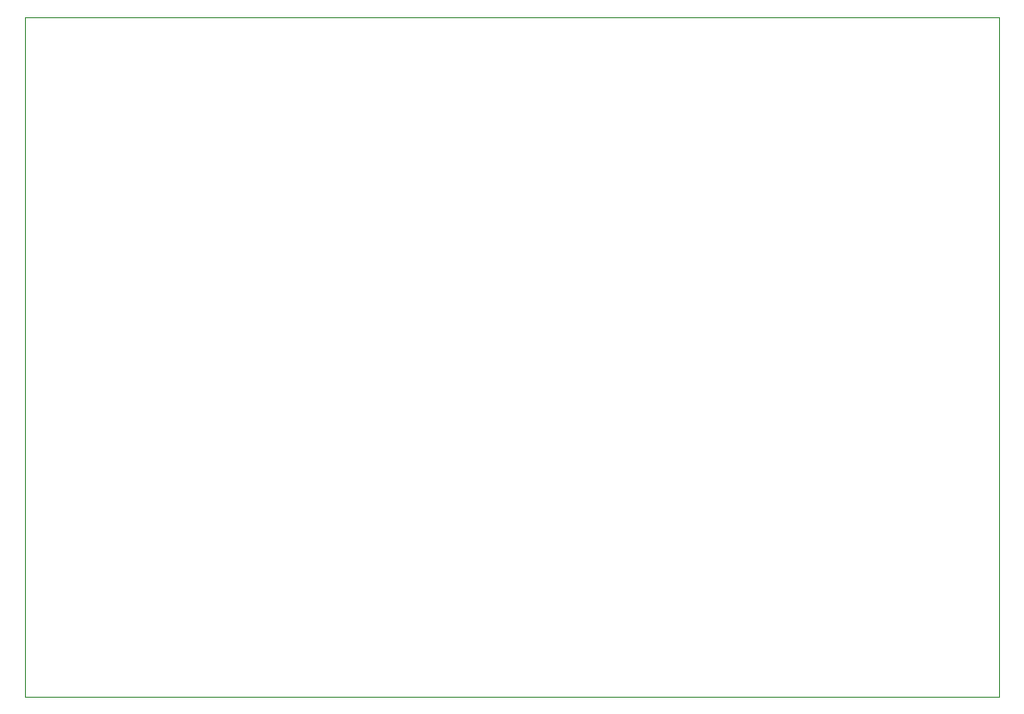
<source format=gm1>
G04 #@! TF.GenerationSoftware,KiCad,Pcbnew,(5.1.10)-1*
G04 #@! TF.CreationDate,2021-06-12T15:14:09-04:00*
G04 #@! TF.ProjectId,Motor Controller 2020,4d6f746f-7220-4436-9f6e-74726f6c6c65,rev?*
G04 #@! TF.SameCoordinates,Original*
G04 #@! TF.FileFunction,Profile,NP*
%FSLAX46Y46*%
G04 Gerber Fmt 4.6, Leading zero omitted, Abs format (unit mm)*
G04 Created by KiCad (PCBNEW (5.1.10)-1) date 2021-06-12 15:14:09*
%MOMM*%
%LPD*%
G01*
G04 APERTURE LIST*
G04 #@! TA.AperFunction,Profile*
%ADD10C,0.050000*%
G04 #@! TD*
G04 APERTURE END LIST*
D10*
X174700000Y-102900000D02*
X174700000Y-42900000D01*
X88700000Y-42900000D02*
X174700000Y-42900000D01*
X88700000Y-102900000D02*
X88700000Y-42900000D01*
X88700000Y-102900000D02*
X174700000Y-102900000D01*
M02*

</source>
